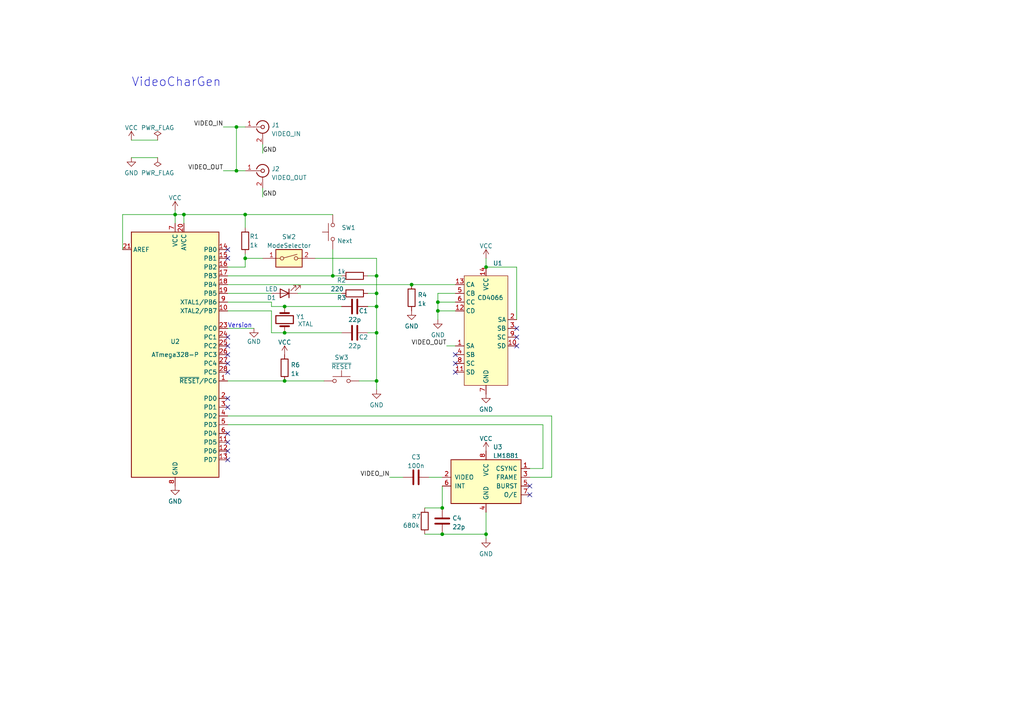
<source format=kicad_sch>
(kicad_sch (version 20211123) (generator eeschema)
  (paper "A4")
  (lib_symbols
    (symbol "Connector:Conn_Coaxial" (pin_names (offset 1.016) hide)
      (property "Reference" "J" (at 0.254 3.048 0))
      (property "Value" "Conn_Coaxial" (at 2.921 0 90))
      (symbol "Conn_Coaxial_0_1"
        (arc (start -1.778 -0.508) (mid 0.2311 -1.8066) (end 1.778 0) (stroke (width 0.254)))
        (polyline (pts (xy -2.54 0) (xy -0.508 0)))
        (polyline (pts (xy 0 -2.54) (xy 0 -1.778)))
        (circle (center 0 0) (radius 0.508) (stroke (width 0.2032)))
        (arc (start 1.778 0) (mid 0.2099 1.8101) (end -1.778 0.508) (stroke (width 0.254)))
      )
      (symbol "Conn_Coaxial_1_1"
        (pin passive line (at -5.08 0 0) (length 2.54) (name "In") (number "1"))
        (pin passive line (at 0 -5.08 90) (length 2.54) (name "Ext") (number "2"))
      )
    )
    (symbol "Device:C" (pin_numbers hide) (pin_names (offset 0.254))
      (property "Reference" "C" (at 0.635 2.54 0))
      (property "Value" "C" (at 0.635 -2.54 0))
      (symbol "C_0_1"
        (polyline (pts (xy -2.032 -0.762) (xy 2.032 -0.762)) (stroke (width 0.508)))
        (polyline (pts (xy -2.032 0.762) (xy 2.032 0.762)) (stroke (width 0.508)))
      )
      (symbol "C_1_1"
        (pin passive line (at 0 3.81 270) (length 2.794) (name "~") (number "1"))
        (pin passive line (at 0 -3.81 90) (length 2.794) (name "~") (number "2"))
      )
    )
    (symbol "Device:Crystal" (pin_numbers hide) (pin_names (offset 1.016) hide)
      (property "Reference" "Y" (at 0 3.81 0))
      (property "Value" "Crystal" (at 0 -3.81 0))
      (symbol "Crystal_0_1"
        (rectangle (start -1.143 2.54) (end 1.143 -2.54) (stroke (width 0.3048)))
        (polyline (pts (xy -2.54 0) (xy -1.905 0)))
        (polyline (pts (xy -1.905 -1.27) (xy -1.905 1.27)) (stroke (width 0.508)))
        (polyline (pts (xy 1.905 -1.27) (xy 1.905 1.27)) (stroke (width 0.508)))
        (polyline (pts (xy 2.54 0) (xy 1.905 0)))
      )
      (symbol "Crystal_1_1"
        (pin passive line (at -3.81 0 0) (length 1.27) (name "1") (number "1"))
        (pin passive line (at 3.81 0 180) (length 1.27) (name "2") (number "2"))
      )
    )
    (symbol "Device:LED" (pin_numbers hide) (pin_names (offset 1.016) hide)
      (property "Reference" "D" (at 0 2.54 0))
      (property "Value" "LED" (at 0 -2.54 0))
      (symbol "LED_0_1"
        (polyline (pts (xy -1.27 -1.27) (xy -1.27 1.27)) (stroke (width 0.254)))
        (polyline (pts (xy -1.27 0) (xy 1.27 0)))
        (polyline (pts (xy 1.27 -1.27) (xy 1.27 1.27) (xy -1.27 0) (xy 1.27 -1.27)) (stroke (width 0.254)))
        (polyline (pts (xy -3.048 -0.762) (xy -4.572 -2.286) (xy -3.81 -2.286) (xy -4.572 -2.286) (xy -4.572 -1.524)))
        (polyline (pts (xy -1.778 -0.762) (xy -3.302 -2.286) (xy -2.54 -2.286) (xy -3.302 -2.286) (xy -3.302 -1.524)))
      )
      (symbol "LED_1_1"
        (pin passive line (at -3.81 0 0) (length 2.54) (name "K") (number "1"))
        (pin passive line (at 3.81 0 180) (length 2.54) (name "A") (number "2"))
      )
    )
    (symbol "Device:R" (pin_numbers hide) (pin_names (offset 0))
      (property "Reference" "R" (at 2.032 0 90))
      (property "Value" "R" (at 0 0 90))
      (symbol "R_0_1"
        (rectangle (start -1.016 -2.54) (end 1.016 2.54) (stroke (width 0.254)))
      )
      (symbol "R_1_1"
        (pin passive line (at 0 3.81 270) (length 1.27) (name "~") (number "1"))
        (pin passive line (at 0 -3.81 90) (length 1.27) (name "~") (number "2"))
      )
    )
    (symbol "MCU_Microchip_ATmega:ATmega328-P"
      (property "Reference" "U" (at -12.7 36.83 0))
      (property "Value" "ATmega328-P" (at 2.54 -36.83 0))
      (symbol "ATmega328-P_0_1"
        (rectangle (start -12.7 -35.56) (end 12.7 35.56) (stroke (width 0.254)) (fill (type background)))
      )
      (symbol "ATmega328-P_1_1"
        (pin bidirectional line (at 15.24 -7.62 180) (length 2.54) (name "~{RESET}/PC6") (number "1"))
        (pin bidirectional line (at 15.24 12.7 180) (length 2.54) (name "XTAL2/PB7") (number "10"))
        (pin bidirectional line (at 15.24 -25.4 180) (length 2.54) (name "PD5") (number "11"))
        (pin bidirectional line (at 15.24 -27.94 180) (length 2.54) (name "PD6") (number "12"))
        (pin bidirectional line (at 15.24 -30.48 180) (length 2.54) (name "PD7") (number "13"))
        (pin bidirectional line (at 15.24 30.48 180) (length 2.54) (name "PB0") (number "14"))
        (pin bidirectional line (at 15.24 27.94 180) (length 2.54) (name "PB1") (number "15"))
        (pin bidirectional line (at 15.24 25.4 180) (length 2.54) (name "PB2") (number "16"))
        (pin bidirectional line (at 15.24 22.86 180) (length 2.54) (name "PB3") (number "17"))
        (pin bidirectional line (at 15.24 20.32 180) (length 2.54) (name "PB4") (number "18"))
        (pin bidirectional line (at 15.24 17.78 180) (length 2.54) (name "PB5") (number "19"))
        (pin bidirectional line (at 15.24 -12.7 180) (length 2.54) (name "PD0") (number "2"))
        (pin power_in line (at 2.54 38.1 270) (length 2.54) (name "AVCC") (number "20"))
        (pin passive line (at -15.24 30.48 0) (length 2.54) (name "AREF") (number "21"))
        (pin passive line (at 0 -38.1 90) (length 2.54) hide (name "GND") (number "22"))
        (pin bidirectional line (at 15.24 7.62 180) (length 2.54) (name "PC0") (number "23"))
        (pin bidirectional line (at 15.24 5.08 180) (length 2.54) (name "PC1") (number "24"))
        (pin bidirectional line (at 15.24 2.54 180) (length 2.54) (name "PC2") (number "25"))
        (pin bidirectional line (at 15.24 0 180) (length 2.54) (name "PC3") (number "26"))
        (pin bidirectional line (at 15.24 -2.54 180) (length 2.54) (name "PC4") (number "27"))
        (pin bidirectional line (at 15.24 -5.08 180) (length 2.54) (name "PC5") (number "28"))
        (pin bidirectional line (at 15.24 -15.24 180) (length 2.54) (name "PD1") (number "3"))
        (pin bidirectional line (at 15.24 -17.78 180) (length 2.54) (name "PD2") (number "4"))
        (pin bidirectional line (at 15.24 -20.32 180) (length 2.54) (name "PD3") (number "5"))
        (pin bidirectional line (at 15.24 -22.86 180) (length 2.54) (name "PD4") (number "6"))
        (pin power_in line (at 0 38.1 270) (length 2.54) (name "VCC") (number "7"))
        (pin power_in line (at 0 -38.1 90) (length 2.54) (name "GND") (number "8"))
        (pin bidirectional line (at 15.24 15.24 180) (length 2.54) (name "XTAL1/PB6") (number "9"))
      )
    )
    (symbol "Switch:SW_DIP_x01" (pin_names (offset 0) hide)
      (property "Reference" "SW" (at 0 3.81 0))
      (property "Value" "SW_DIP_x01" (at 0 -3.81 0))
      (symbol "SW_DIP_x01_0_0"
        (circle (center -2.032 0) (radius 0.508))
        (polyline (pts (xy -1.524 0.127) (xy 2.3622 1.1684)))
        (circle (center 2.032 0) (radius 0.508))
      )
      (symbol "SW_DIP_x01_0_1"
        (rectangle (start -3.81 2.54) (end 3.81 -2.54) (stroke (width 0.254)) (fill (type background)))
      )
      (symbol "SW_DIP_x01_1_1"
        (pin passive line (at -7.62 0 0) (length 5.08) (name "~") (number "1"))
        (pin passive line (at 7.62 0 180) (length 5.08) (name "~") (number "2"))
      )
    )
    (symbol "Switch:SW_Push" (pin_numbers hide) (pin_names (offset 1.016) hide)
      (property "Reference" "SW" (at 1.27 2.54 0))
      (property "Value" "SW_Push" (at 0 -1.524 0))
      (symbol "SW_Push_0_1"
        (circle (center -2.032 0) (radius 0.508))
        (polyline (pts (xy 0 1.27) (xy 0 3.048)))
        (polyline (pts (xy 2.54 1.27) (xy -2.54 1.27)))
        (circle (center 2.032 0) (radius 0.508))
        (pin passive line (at -5.08 0 0) (length 2.54) (name "1") (number "1"))
        (pin passive line (at 5.08 0 180) (length 2.54) (name "2") (number "2"))
      )
    )
    (symbol "Video:LM1881" (pin_names (offset 1.016))
      (property "Reference" "U" (at -8.89 8.89 0))
      (property "Value" "LM1881" (at 6.35 8.89 0))
      (symbol "LM1881_0_1"
        (rectangle (start -10.16 7.62) (end 10.16 -5.08) (stroke (width 0.254)) (fill (type background)))
      )
      (symbol "LM1881_1_1"
        (pin output line (at 12.7 5.08 180) (length 2.54) (name "CSYNC") (number "1"))
        (pin input line (at -12.7 2.54 0) (length 2.54) (name "VIDEO") (number "2"))
        (pin output line (at 12.7 2.54 180) (length 2.54) (name "FRAME") (number "3"))
        (pin power_in line (at 0 -7.62 90) (length 2.54) (name "GND") (number "4"))
        (pin output line (at 12.7 0 180) (length 2.54) (name "BURST") (number "5"))
        (pin input line (at -12.7 0 0) (length 2.54) (name "INT") (number "6"))
        (pin output line (at 12.7 -2.54 180) (length 2.54) (name "O/E") (number "7"))
        (pin power_in line (at 0 10.16 270) (length 2.54) (name "VCC") (number "8"))
      )
    )
    (symbol "giomba-klib:CD4066"
      (property "Reference" "U" (at 0 -15.24 0))
      (property "Value" "CD4066" (at 0 -3.81 90))
      (symbol "CD4066_0_1"
        (rectangle (start -6.35 6.35) (end 6.35 -25.4) (stroke (width 0.1524)) (fill (type background)))
      )
      (symbol "CD4066_1_1"
        (pin bidirectional line (at -8.89 -13.97 0) (length 2.54) (name "SA") (number "1"))
        (pin bidirectional line (at 8.89 -13.97 180) (length 2.54) (name "SD") (number "10"))
        (pin bidirectional line (at -8.89 -21.59 0) (length 2.54) (name "SD") (number "11"))
        (pin input line (at -8.89 -3.81 0) (length 2.54) (name "CD") (number "12"))
        (pin input line (at -8.89 3.81 0) (length 2.54) (name "CA") (number "13"))
        (pin power_in line (at 0 8.89 270) (length 2.54) (name "VCC") (number "14"))
        (pin bidirectional line (at 8.89 -6.35 180) (length 2.54) (name "SA") (number "2"))
        (pin bidirectional line (at 8.89 -8.89 180) (length 2.54) (name "SB") (number "3"))
        (pin bidirectional line (at -8.89 -16.51 0) (length 2.54) (name "SB") (number "4"))
        (pin input line (at -8.89 1.27 0) (length 2.54) (name "CB") (number "5"))
        (pin input line (at -8.89 -1.27 0) (length 2.54) (name "CC") (number "6"))
        (pin power_in line (at 0 -27.94 90) (length 2.54) (name "GND") (number "7"))
        (pin bidirectional line (at -8.89 -19.05 0) (length 2.54) (name "SC") (number "8"))
        (pin bidirectional line (at 8.89 -11.43 180) (length 2.54) (name "SC") (number "9"))
      )
    )
    (symbol "power:GND" (power) (pin_names (offset 0))
      (property "Value" "GND" (at 0 -3.81 0))
      (symbol "GND_0_1"
        (polyline (pts (xy 0 0) (xy 0 -1.27) (xy 1.27 -1.27) (xy 0 -2.54) (xy -1.27 -1.27) (xy 0 -1.27)))
      )
      (symbol "GND_1_1"
        (pin power_in line (at 0 0 270) (length 0) hide (name "GND") (number "1"))
      )
    )
    (symbol "power:PWR_FLAG" (power) (pin_numbers hide) (pin_names (offset 0) hide)
      (property "Value" "PWR_FLAG" (at 0 3.81 0))
      (symbol "PWR_FLAG_0_0"
        (pin power_out line (at 0 0 90) (length 0) (name "pwr") (number "1"))
      )
      (symbol "PWR_FLAG_0_1"
        (polyline (pts (xy 0 0) (xy 0 1.27) (xy -1.016 1.905) (xy 0 2.54) (xy 1.016 1.905) (xy 0 1.27)))
      )
    )
    (symbol "power:VCC" (power) (pin_names (offset 0))
      (property "Value" "VCC" (at 0 3.81 0))
      (symbol "VCC_0_1"
        (polyline (pts (xy -0.762 1.27) (xy 0 2.54)))
        (polyline (pts (xy 0 0) (xy 0 2.54)))
        (polyline (pts (xy 0 2.54) (xy 0.762 1.27)))
      )
      (symbol "VCC_1_1"
        (pin power_in line (at 0 0 90) (length 0) hide (name "VCC") (number "1"))
      )
    )
  )
  (junction (at 71.12 62.23))
  (junction (at 140.97 154.94))
  (junction (at 82.55 96.52))
  (junction (at 128.27 154.94))
  (junction (at 53.34 62.23))
  (junction (at 119.38 82.55))
  (junction (at 109.22 88.9))
  (junction (at 50.8 62.23))
  (junction (at 109.22 110.49))
  (junction (at 82.55 88.9))
  (junction (at 127 90.17))
  (junction (at 109.22 80.01))
  (junction (at 127 87.63))
  (junction (at 68.58 49.53))
  (junction (at 109.22 85.09))
  (junction (at 128.27 147.32))
  (junction (at 82.55 110.49))
  (junction (at 109.22 96.52))
  (junction (at 140.97 77.47))
  (junction (at 71.12 74.93))
  (junction (at 96.52 80.01))
  (junction (at 68.58 36.83))
  (no_connect (at 149.86 100.33))
  (no_connect (at 132.08 107.95))
  (no_connect (at 149.86 97.79))
  (no_connect (at 132.08 105.41))
  (no_connect (at 132.08 102.87))
  (no_connect (at 149.86 95.25))
  (no_connect (at 66.04 105.41))
  (no_connect (at 66.04 97.79))
  (no_connect (at 66.04 100.33))
  (no_connect (at 66.04 102.87))
  (no_connect (at 66.04 72.39))
  (no_connect (at 66.04 74.93))
  (no_connect (at 66.04 107.95))
  (no_connect (at 66.04 115.57))
  (no_connect (at 66.04 118.11))
  (no_connect (at 66.04 125.73))
  (no_connect (at 66.04 128.27))
  (no_connect (at 66.04 130.81))
  (no_connect (at 153.67 140.97))
  (no_connect (at 66.04 133.35))
  (no_connect (at 153.67 143.51))
  (wire (pts (xy 127 87.63) (xy 132.08 87.63)))
  (wire (pts (xy 78.74 87.63) (xy 78.74 88.9)))
  (wire (pts (xy 78.74 96.52) (xy 82.55 96.52)))
  (wire (pts (xy 78.74 90.17) (xy 78.74 96.52)))
  (wire (pts (xy 78.74 88.9) (xy 82.55 88.9)))
  (wire (pts (xy 96.52 72.39) (xy 96.52 80.01)))
  (wire (pts (xy 109.22 96.52) (xy 109.22 110.49)))
  (wire (pts (xy 106.68 80.01) (xy 109.22 80.01)))
  (wire (pts (xy 66.04 110.49) (xy 82.55 110.49)))
  (wire (pts (xy 109.22 88.9) (xy 109.22 96.52)))
  (wire (pts (xy 123.19 154.94) (xy 128.27 154.94)))
  (wire (pts (xy 109.22 74.93) (xy 109.22 80.01)))
  (wire (pts (xy 68.58 36.83) (xy 71.12 36.83)))
  (wire (pts (xy 160.02 120.65) (xy 66.04 120.65)))
  (wire (pts (xy 38.1 40.64) (xy 45.72 40.64)))
  (wire (pts (xy 128.27 147.32) (xy 123.19 147.32)))
  (wire (pts (xy 127 90.17) (xy 127 87.63)))
  (wire (pts (xy 82.55 88.9) (xy 99.06 88.9)))
  (wire (pts (xy 66.04 80.01) (xy 96.52 80.01)))
  (wire (pts (xy 35.56 62.23) (xy 35.56 72.39)))
  (wire (pts (xy 71.12 73.66) (xy 71.12 74.93)))
  (wire (pts (xy 53.34 62.23) (xy 53.34 64.77)))
  (wire (pts (xy 153.67 138.43) (xy 160.02 138.43)))
  (wire (pts (xy 127 90.17) (xy 127 92.71)))
  (wire (pts (xy 132.08 85.09) (xy 127 85.09)))
  (wire (pts (xy 50.8 62.23) (xy 35.56 62.23)))
  (wire (pts (xy 66.04 77.47) (xy 71.12 77.47)))
  (wire (pts (xy 64.77 49.53) (xy 68.58 49.53)))
  (wire (pts (xy 53.34 62.23) (xy 71.12 62.23)))
  (wire (pts (xy 66.04 85.09) (xy 78.74 85.09)))
  (wire (pts (xy 104.14 110.49) (xy 109.22 110.49)))
  (wire (pts (xy 68.58 36.83) (xy 68.58 49.53)))
  (wire (pts (xy 38.1 45.72) (xy 45.72 45.72)))
  (wire (pts (xy 71.12 62.23) (xy 96.52 62.23)))
  (wire (pts (xy 71.12 62.23) (xy 71.12 66.04)))
  (wire (pts (xy 128.27 140.97) (xy 128.27 147.32)))
  (wire (pts (xy 140.97 74.93) (xy 140.97 77.47)))
  (wire (pts (xy 71.12 74.93) (xy 76.2 74.93)))
  (wire (pts (xy 66.04 95.25) (xy 73.66 95.25)))
  (wire (pts (xy 82.55 110.49) (xy 93.98 110.49)))
  (wire (pts (xy 129.54 100.33) (xy 132.08 100.33)))
  (wire (pts (xy 119.38 82.55) (xy 132.08 82.55)))
  (wire (pts (xy 160.02 138.43) (xy 160.02 120.65)))
  (wire (pts (xy 76.2 54.61) (xy 76.2 57.15)))
  (wire (pts (xy 109.22 96.52) (xy 106.68 96.52)))
  (wire (pts (xy 157.48 135.89) (xy 153.67 135.89)))
  (wire (pts (xy 109.22 80.01) (xy 109.22 85.09)))
  (wire (pts (xy 149.86 77.47) (xy 149.86 92.71)))
  (wire (pts (xy 140.97 156.21) (xy 140.97 154.94)))
  (wire (pts (xy 106.68 85.09) (xy 109.22 85.09)))
  (wire (pts (xy 64.77 36.83) (xy 68.58 36.83)))
  (wire (pts (xy 50.8 62.23) (xy 53.34 62.23)))
  (wire (pts (xy 124.46 138.43) (xy 128.27 138.43)))
  (wire (pts (xy 140.97 77.47) (xy 149.86 77.47)))
  (wire (pts (xy 109.22 85.09) (xy 109.22 88.9)))
  (wire (pts (xy 66.04 90.17) (xy 78.74 90.17)))
  (wire (pts (xy 71.12 74.93) (xy 71.12 77.47)))
  (wire (pts (xy 76.2 41.91) (xy 76.2 44.45)))
  (wire (pts (xy 109.22 110.49) (xy 109.22 113.03)))
  (wire (pts (xy 68.58 49.53) (xy 71.12 49.53)))
  (wire (pts (xy 106.68 88.9) (xy 109.22 88.9)))
  (wire (pts (xy 113.03 138.43) (xy 116.84 138.43)))
  (wire (pts (xy 66.04 82.55) (xy 119.38 82.55)))
  (wire (pts (xy 82.55 96.52) (xy 99.06 96.52)))
  (wire (pts (xy 50.8 62.23) (xy 50.8 64.77)))
  (wire (pts (xy 86.36 85.09) (xy 99.06 85.09)))
  (wire (pts (xy 66.04 87.63) (xy 78.74 87.63)))
  (wire (pts (xy 127 85.09) (xy 127 87.63)))
  (wire (pts (xy 96.52 80.01) (xy 99.06 80.01)))
  (wire (pts (xy 128.27 154.94) (xy 140.97 154.94)))
  (wire (pts (xy 132.08 90.17) (xy 127 90.17)))
  (wire (pts (xy 140.97 154.94) (xy 140.97 148.59)))
  (wire (pts (xy 50.8 60.96) (xy 50.8 62.23)))
  (wire (pts (xy 66.04 123.19) (xy 157.48 123.19)))
  (wire (pts (xy 157.48 123.19) (xy 157.48 135.89)))
  (wire (pts (xy 91.44 74.93) (xy 109.22 74.93)))
  (text "VideoCharGen" (at 38.1 25.4 0) (effects (font (size 2.54 2.54)) (justify left bottom)))
  (text "Version" (at 66.04 95.25 0) (effects (font (size 1.27 1.27)) (justify left bottom)))
  (label "VIDEO_IN" (at 113.03 138.43 180))
  (label "VIDEO_OUT" (at 129.54 100.33 180))
  (label "GND" (at 76.2 57.15 0))
  (label "VIDEO_OUT" (at 64.77 49.53 180))
  (label "GND" (at 76.2 44.45 0))
  (label "VIDEO_IN" (at 64.77 36.83 180))
  (symbol (lib_id "Device:C") (at 102.87 88.9 90) (unit 1)
    (property "Reference" "C1" (at 105.41 90.17 90))
    (property "Value" "22p" (at 102.87 92.71 90))
  )
  (symbol (lib_id "Device:LED") (at 82.55 85.09 180) (unit 1)
    (property "Reference" "D1" (at 78.74 86.36 0))
    (property "Value" "LED" (at 78.74 83.82 0))
  )
  (symbol (lib_id "power:GND") (at 38.1 45.72 0) (unit 1)
    (property "Reference" "#PWR02" (effects hide))
    (property "Value" "GND" (at 38.1 50.1634 0))
  )
  (symbol (lib_id "power:GND") (at 140.97 114.3 0) (unit 1)
    (property "Reference" "#PWR010" (effects hide))
    (property "Value" "GND" (at 140.97 118.7434 0))
  )
  (symbol (lib_id "power:GND") (at 50.8 140.97 0) (unit 1)
    (property "Reference" "#PWR012" (effects hide))
    (property "Value" "GND" (at 50.8 145.4134 0))
  )
  (symbol (lib_id "power:GND") (at 127 92.71 0) (unit 1)
    (property "Reference" "#PWR06" (effects hide))
    (property "Value" "GND" (at 127 97.1534 0))
  )
  (symbol (lib_id "power:GND") (at 140.97 156.21 0) (unit 1)
    (property "Reference" "#PWR013" (effects hide))
    (property "Value" "GND" (at 140.97 160.6534 0))
  )
  (symbol (lib_id "Switch:SW_Push") (at 96.52 67.31 90) (unit 1)
    (property "Reference" "SW1" (at 99.06 66.04 90) (effects (justify right)))
    (property "Value" "Next" (at 97.79 69.85 90) (effects (justify right)))
  )
  (symbol (lib_id "Device:R") (at 102.87 80.01 90) (unit 1)
    (property "Reference" "R2" (at 99.06 81.28 90))
    (property "Value" "1k" (at 99.06 78.74 90))
  )
  (symbol (lib_id "power:VCC") (at 38.1 40.64 0) (unit 1)
    (property "Reference" "#PWR01" (effects hide))
    (property "Value" "VCC" (at 38.1 37.0642 0))
  )
  (symbol (lib_id "Device:Crystal") (at 82.55 92.71 90) (unit 1)
    (property "Reference" "Y1" (at 85.8774 91.8753 90) (effects (justify right)))
    (property "Value" "XTAL" (at 86.36 93.98 90) (effects (justify right)))
  )
  (symbol (lib_id "Device:R") (at 123.19 151.13 0) (unit 1)
    (property "Reference" "R7" (at 119.38 149.86 0) (effects (justify left)))
    (property "Value" "680k" (at 116.84 152.4 0) (effects (justify left)))
  )
  (symbol (lib_id "Device:R") (at 71.12 69.85 0) (unit 1)
    (property "Reference" "R1" (at 72.39 68.58 0) (effects (justify left)))
    (property "Value" "1k" (at 72.39 71.12 0) (effects (justify left)))
  )
  (symbol (lib_id "power:VCC") (at 140.97 130.81 0) (unit 1)
    (property "Reference" "#PWR011" (effects hide))
    (property "Value" "VCC" (at 140.97 127.2342 0))
  )
  (symbol (lib_id "Connector:Conn_Coaxial") (at 76.2 36.83 0) (unit 1)
    (property "Reference" "J1" (at 78.7401 36.2885 0) (effects (justify left)))
    (property "Value" "VIDEO_IN" (at 78.7401 38.8254 0) (effects (justify left)))
    (property "Datasheet" " ~" (effects hide))
  )
  (symbol (lib_id "Switch:SW_DIP_x01") (at 83.82 74.93 0) (unit 1)
    (property "Reference" "SW2" (at 83.82 68.6902 0))
    (property "Value" "ModeSelector" (at 83.82 71.2271 0))
  )
  (symbol (lib_id "power:VCC") (at 140.97 74.93 0) (unit 1)
    (property "Reference" "#PWR04" (effects hide))
    (property "Value" "VCC" (at 140.97 71.3542 0))
  )
  (symbol (lib_id "giomba-klib:CD4066") (at 140.97 86.36 0) (unit 1)
    (property "Reference" "U1" (at 142.9894 76.361 0) (effects (justify left)))
    (property "Value" "CD4066" (at 138.43 86.36 0) (effects (justify left)))
  )
  (symbol (lib_id "power:PWR_FLAG") (at 45.72 40.64 0) (unit 1)
    (property "Reference" "#FLG01" (effects hide))
    (property "Value" "PWR_FLAG" (at 45.72 37.0642 0))
  )
  (symbol (lib_id "Switch:SW_Push") (at 99.06 110.49 0) (unit 1)
    (property "Reference" "SW3" (at 99.06 103.6782 0))
    (property "Value" "~{RESET}" (at 99.06 106.3691 0))
  )
  (symbol (lib_id "MCU_Microchip_ATmega:ATmega328-P") (at 50.8 102.87 0) (unit 1)
    (property "Reference" "U2" (at 50.8 99.06 0))
    (property "Value" "ATmega328-P" (at 50.8 102.87 0))
    (property "Footprint" "Package_DIP:DIP-28_W7.62mm" (effects hide))
    (property "Datasheet" "http://ww1.microchip.com/downloads/en/DeviceDoc/ATmega328_P%20AVR%20MCU%20with%20picoPower%20Technology%20Data%20Sheet%2040001984A.pdf" (effects hide))
  )
  (symbol (lib_id "Video:LM1881") (at 140.97 140.97 0) (unit 1)
    (property "Reference" "U3" (at 142.9894 129.6502 0) (effects (justify left)))
    (property "Value" "LM1881" (at 142.9894 132.1871 0) (effects (justify left)))
  )
  (symbol (lib_id "power:GND") (at 109.22 113.03 0) (unit 1)
    (property "Reference" "#PWR09" (effects hide))
    (property "Value" "GND" (at 109.22 117.4734 0))
  )
  (symbol (lib_id "Device:R") (at 82.55 106.68 180) (unit 1)
    (property "Reference" "R6" (at 84.328 105.8453 0) (effects (justify right)))
    (property "Value" "1k" (at 84.328 108.3822 0) (effects (justify right)))
  )
  (symbol (lib_id "power:GND") (at 119.38 90.17 0) (unit 1)
    (property "Reference" "#PWR05" (effects hide))
    (property "Value" "GND" (at 119.38 94.6134 0))
  )
  (symbol (lib_id "power:PWR_FLAG") (at 45.72 45.72 180) (unit 1)
    (property "Reference" "#FLG02" (effects hide))
    (property "Value" "PWR_FLAG" (at 45.72 50.1634 0))
  )
  (symbol (lib_id "Device:C") (at 120.65 138.43 270) (unit 1)
    (property "Reference" "C3" (at 120.65 132.5712 90))
    (property "Value" "100n" (at 120.65 135.1081 90))
  )
  (symbol (lib_id "Device:R") (at 102.87 85.09 90) (unit 1)
    (property "Reference" "R3" (at 99.06 86.36 90))
    (property "Value" "220" (at 97.79 83.82 90))
  )
  (symbol (lib_id "power:GND") (at 73.66 95.25 0) (unit 1)
    (property "Reference" "#PWR07" (effects hide))
    (property "Value" "GND" (at 73.66 99.06 0))
  )
  (symbol (lib_id "power:VCC") (at 82.55 102.87 0) (unit 1)
    (property "Reference" "#PWR08" (effects hide))
    (property "Value" "VCC" (at 82.55 99.2942 0))
  )
  (symbol (lib_id "Device:C") (at 128.27 151.13 0) (unit 1)
    (property "Reference" "C4" (at 131.191 150.2953 0) (effects (justify left)))
    (property "Value" "22p" (at 131.191 152.8322 0) (effects (justify left)))
  )
  (symbol (lib_id "Connector:Conn_Coaxial") (at 76.2 49.53 0) (unit 1)
    (property "Reference" "J2" (at 78.74 48.9885 0) (effects (justify left)))
    (property "Value" "VIDEO_OUT" (at 78.74 51.5254 0) (effects (justify left)))
    (property "Datasheet" " ~" (effects hide))
  )
  (symbol (lib_id "power:VCC") (at 50.8 60.96 0) (unit 1)
    (property "Reference" "#PWR03" (effects hide))
    (property "Value" "VCC" (at 50.8 57.3842 0))
  )
  (symbol (lib_id "Device:C") (at 102.87 96.52 90) (unit 1)
    (property "Reference" "C2" (at 105.41 97.79 90))
    (property "Value" "22p" (at 102.87 100.33 90))
  )
  (symbol (lib_id "Device:R") (at 119.38 86.36 0) (unit 1)
    (property "Reference" "R4" (at 121.158 85.5253 0) (effects (justify left)))
    (property "Value" "1k" (at 121.158 88.0622 0) (effects (justify left)))
  )
)
</source>
